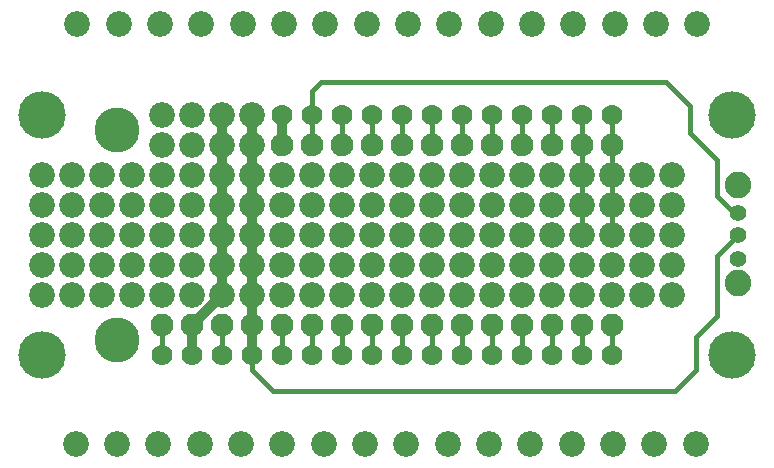
<source format=gbr>
G04 EAGLE Gerber RS-274X export*
G75*
%MOMM*%
%FSLAX34Y34*%
%LPD*%
%INBottom Copper*%
%IPPOS*%
%AMOC8*
5,1,8,0,0,1.08239X$1,22.5*%
G01*
%ADD10C,3.810000*%
%ADD11C,1.778000*%
%ADD12C,1.930400*%
%ADD13C,2.184400*%
%ADD14C,4.016000*%
%ADD15C,1.422400*%
%ADD16C,2.250000*%
%ADD17C,0.406400*%
%ADD18C,0.812800*%
%ADD19C,0.609600*%


D10*
X-228600Y88900D03*
X-228600Y-88900D03*
D11*
X-88900Y101600D03*
X-63500Y101600D03*
X-38100Y101600D03*
X-12700Y101600D03*
X12700Y101600D03*
X38100Y101600D03*
X63500Y101600D03*
X88900Y101600D03*
X114300Y101600D03*
X139700Y101600D03*
X165100Y101600D03*
X190500Y101600D03*
X-88900Y-101600D03*
X-63500Y-101600D03*
X-38100Y-101600D03*
X-12700Y-101600D03*
X12700Y-101600D03*
X38100Y-101600D03*
X63500Y-101600D03*
X88900Y-101600D03*
X114300Y-101600D03*
X139700Y-101600D03*
X165100Y-101600D03*
X190500Y-101600D03*
X-114300Y-101600D03*
X-139700Y-101600D03*
X-165100Y-101600D03*
X-190500Y-101600D03*
D12*
X190500Y-76200D03*
X165100Y-76200D03*
X139700Y-76200D03*
X114300Y-76200D03*
X88900Y-76200D03*
X63500Y-76200D03*
X38100Y-76200D03*
X12700Y-76200D03*
X-12700Y-76200D03*
X-38100Y-76200D03*
X-63500Y-76200D03*
X-88900Y-76200D03*
X-114300Y-76200D03*
X-139700Y-76200D03*
X-165100Y-76200D03*
X-190500Y-76200D03*
X-88900Y76200D03*
X-63500Y76200D03*
X-38100Y76200D03*
X-12700Y76200D03*
X12700Y76200D03*
X38100Y76200D03*
X63500Y76200D03*
X88900Y76200D03*
X114300Y76200D03*
X139700Y76200D03*
X165100Y76200D03*
X190500Y76200D03*
D13*
X-228660Y-176960D03*
X-263660Y-176960D03*
X261340Y-176960D03*
X226340Y-176960D03*
X-262400Y178400D03*
X-227400Y178400D03*
X227600Y178400D03*
X262600Y178400D03*
X-123660Y-176960D03*
X-158660Y-176960D03*
X-193660Y-176960D03*
X-18660Y-176960D03*
X-53660Y-176960D03*
X-88660Y-176960D03*
X86340Y-176960D03*
X51340Y-176960D03*
X16340Y-176960D03*
X191340Y-176960D03*
X156340Y-176960D03*
X121340Y-176960D03*
X-192400Y178400D03*
X-157400Y178400D03*
X-122400Y178400D03*
X-87400Y178400D03*
X-52400Y178400D03*
X-17400Y178400D03*
X17600Y178400D03*
X52600Y178400D03*
X87600Y178400D03*
X122600Y178400D03*
X157600Y178400D03*
X192600Y178400D03*
D14*
X-292100Y101600D03*
X-292100Y-101600D03*
X292100Y-101600D03*
X292100Y101600D03*
D15*
X297180Y0D03*
D16*
X297180Y42000D03*
X297180Y-41000D03*
D15*
X297180Y-20000D03*
X297180Y19000D03*
D17*
X190500Y-76200D02*
X190500Y-101600D01*
X165100Y-101600D02*
X165100Y-76200D01*
X139700Y-76200D02*
X139700Y-101600D01*
X114300Y-101600D02*
X114300Y-76200D01*
X88900Y-76200D02*
X88900Y-101600D01*
X63500Y-101600D02*
X63500Y-76200D01*
X38100Y-76200D02*
X38100Y-101600D01*
X12700Y-101600D02*
X12700Y-76200D01*
X-12700Y-76200D02*
X-12700Y-101600D01*
X-38100Y-101600D02*
X-38100Y-76200D01*
X-63500Y-76200D02*
X-63500Y-101600D01*
X-88900Y-101600D02*
X-88900Y-76200D01*
D18*
X-114300Y-76200D02*
X-114300Y-99060D01*
D19*
X-114300Y-101600D01*
D18*
X-114300Y-76200D02*
X-114300Y-50800D01*
X-114300Y-25400D01*
D13*
X-114300Y-50800D03*
X-114300Y-25400D03*
X-114300Y0D03*
X-114300Y25400D03*
X-114300Y50800D03*
X-114300Y76200D03*
X-114300Y101600D03*
D18*
X-114300Y76200D01*
X-114300Y0D02*
X-114300Y-25400D01*
X-114300Y0D02*
X-114300Y25400D01*
X-114300Y50800D01*
X-114300Y63500D01*
X-114300Y76200D01*
D17*
X-114300Y-99060D02*
X-114300Y-114300D01*
X-96520Y-132080D01*
X243840Y-132080D01*
X261620Y-114300D01*
X261620Y-86360D01*
X279400Y-68580D01*
X279400Y-17780D01*
X297180Y0D01*
X-139700Y-76200D02*
X-139700Y-101600D01*
D18*
X-165100Y-101600D02*
X-165100Y-76200D01*
D13*
X-139700Y-50800D03*
X-139700Y-25400D03*
X-139700Y0D03*
X-139700Y25400D03*
X-139700Y50800D03*
X-139700Y76200D03*
X-139700Y101600D03*
D18*
X-139700Y76200D01*
X-139700Y50800D01*
X-139700Y25400D01*
X-139700Y0D01*
X-139700Y-25400D01*
X-139700Y-50800D01*
X-165100Y-76200D01*
D17*
X-190500Y-76200D02*
X-190500Y-101600D01*
D18*
X-88900Y76200D02*
X-88900Y101600D01*
D17*
X-38100Y101600D02*
X-38100Y76200D01*
X-12700Y76200D02*
X-12700Y101600D01*
X12700Y101600D02*
X12700Y76200D01*
X38100Y76200D02*
X38100Y101600D01*
X63500Y101600D02*
X63500Y76200D01*
X88900Y76200D02*
X88900Y101600D01*
X114300Y101600D02*
X114300Y76200D01*
X139700Y76200D02*
X139700Y101600D01*
X165100Y101600D02*
X165100Y76200D01*
D13*
X165100Y0D03*
X165100Y50800D03*
X165100Y25400D03*
D17*
X165100Y50800D02*
X165100Y76200D01*
X165100Y50800D02*
X165100Y25400D01*
X165100Y0D01*
X190500Y76200D02*
X190500Y101600D01*
D13*
X190500Y50800D03*
X190500Y25400D03*
X190500Y0D03*
D17*
X190500Y25400D01*
X190500Y50800D01*
X190500Y76200D01*
D13*
X-165100Y101600D03*
X-165100Y76200D03*
X-190500Y76200D03*
X-190500Y101600D03*
X-190500Y50800D03*
X-215900Y50800D03*
X-241300Y50800D03*
X-266700Y50800D03*
X-292100Y50800D03*
X-266700Y25400D03*
X-292100Y25400D03*
X-266700Y0D03*
X-292100Y0D03*
X-266700Y-25400D03*
X-292100Y-25400D03*
X-266700Y-50800D03*
X-292100Y-50800D03*
X-241300Y25400D03*
X-215900Y25400D03*
X-190500Y25400D03*
X-190500Y0D03*
X-215900Y0D03*
X-241300Y0D03*
X-241300Y-25400D03*
X-215900Y-25400D03*
X-190500Y-25400D03*
X-190500Y-50800D03*
X-215900Y-50800D03*
X-241300Y-50800D03*
X-165100Y-50800D03*
X-165100Y-25400D03*
X-165100Y0D03*
X-165100Y25400D03*
X-165100Y50800D03*
X-88900Y50800D03*
X-63500Y50800D03*
X-38100Y50800D03*
X-88900Y25400D03*
X-88900Y0D03*
X-88900Y-25400D03*
X-88900Y-50800D03*
X-63500Y-50800D03*
X-63500Y-25400D03*
X-63500Y0D03*
X-63500Y25400D03*
X-38100Y25400D03*
X-38100Y0D03*
X-38100Y-25400D03*
X-38100Y-50800D03*
X-12700Y-50800D03*
X-12700Y-25400D03*
X-12700Y50800D03*
X-12700Y25400D03*
X-12700Y0D03*
X12700Y-50800D03*
X12700Y-25400D03*
X12700Y0D03*
X12700Y25400D03*
X12700Y50800D03*
X38100Y50800D03*
X38100Y25400D03*
X38100Y0D03*
X38100Y-25400D03*
X38100Y-50800D03*
X63500Y-50800D03*
X63500Y-25400D03*
X63500Y0D03*
X63500Y25400D03*
X63500Y50800D03*
X88900Y50800D03*
X88900Y25400D03*
X88900Y0D03*
X88900Y-25400D03*
X88900Y-50800D03*
X114300Y-50800D03*
X114300Y-25400D03*
X114300Y0D03*
X114300Y25400D03*
X114300Y50800D03*
X139700Y50800D03*
X139700Y25400D03*
X139700Y0D03*
X139700Y-25400D03*
X139700Y-50800D03*
X165100Y-50800D03*
X165100Y-25400D03*
X190500Y-50800D03*
X190500Y-25400D03*
X215900Y50800D03*
X241300Y50800D03*
X241300Y25400D03*
X241300Y0D03*
X241300Y-25400D03*
X241300Y-50800D03*
X215900Y-50800D03*
X215900Y-25400D03*
X215900Y0D03*
X215900Y25400D03*
D17*
X-63500Y76200D02*
X-63500Y101600D01*
X-63500Y121920D01*
X-55880Y129540D01*
X236220Y129540D01*
X256540Y109220D01*
X256540Y86360D01*
X279400Y63500D01*
X279400Y33020D01*
X293420Y19000D01*
X297180Y19000D01*
M02*

</source>
